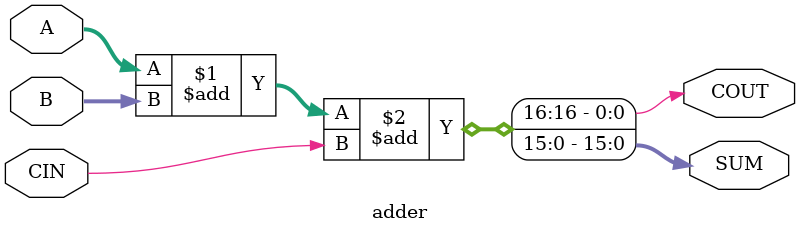
<source format=v>
module adder (
    input [15:0] A,
    input [15:0] B,
    input CIN,
    output [15:0] SUM,
    output COUT
);

    assign {COUT, SUM} = A + B + CIN;

endmodule
</source>
